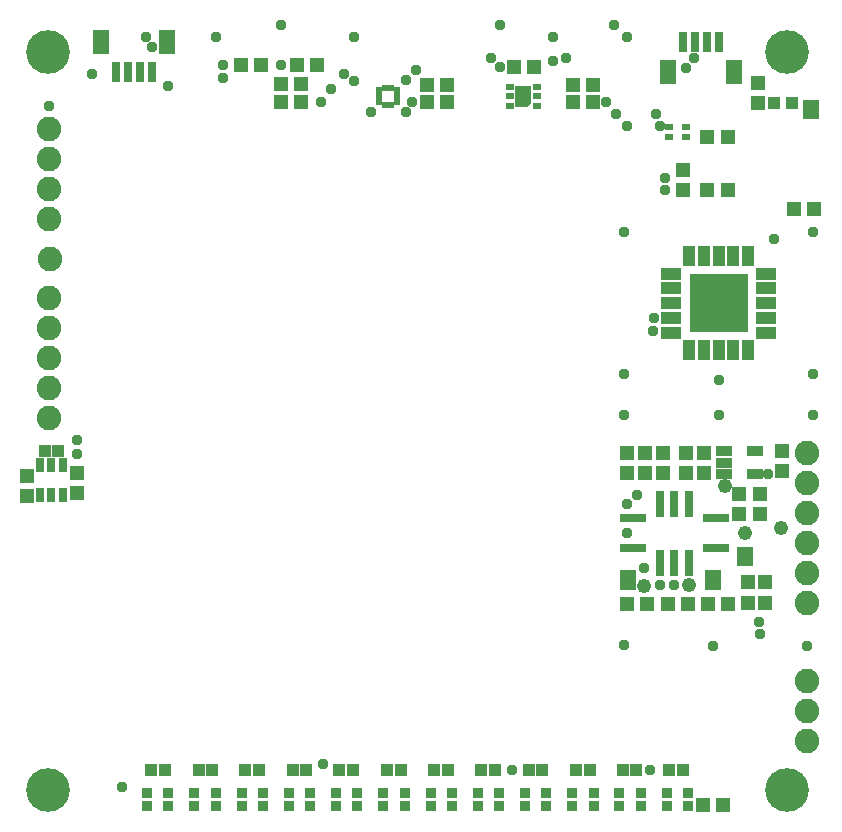
<source format=gbr>
G04 EAGLE Gerber RS-274X export*
G75*
%MOMM*%
%FSLAX34Y34*%
%LPD*%
%INSoldermask Top*%
%IPPOS*%
%AMOC8*
5,1,8,0,0,1.08239X$1,22.5*%
G01*
%ADD10C,3.703200*%
%ADD11R,1.303200X1.203200*%
%ADD12C,2.082800*%
%ADD13R,0.803200X1.753200*%
%ADD14R,1.403200X2.003200*%
%ADD15R,1.203200X1.303200*%
%ADD16R,1.003200X1.003200*%
%ADD17R,1.473200X0.838200*%
%ADD18R,0.753200X0.603200*%
%ADD19R,1.003200X1.703200*%
%ADD20R,1.703200X1.003200*%
%ADD21R,5.003200X5.003200*%
%ADD22R,0.503200X0.528200*%
%ADD23R,0.528200X0.503200*%
%ADD24R,0.803200X2.203200*%
%ADD25R,2.203200X0.803200*%
%ADD26R,1.403200X0.903200*%
%ADD27C,1.219200*%
%ADD28R,0.903200X0.903200*%
%ADD29R,1.053200X1.103200*%
%ADD30R,0.703200X0.503200*%
%ADD31R,0.660400X1.282700*%
%ADD32C,0.959600*%

G36*
X443071Y615967D02*
X443071Y615967D01*
X443085Y615965D01*
X446285Y619165D01*
X446287Y619180D01*
X446297Y619188D01*
X446292Y619195D01*
X446299Y619200D01*
X446299Y634000D01*
X446263Y634047D01*
X446256Y634042D01*
X446250Y634049D01*
X432750Y634049D01*
X432703Y634013D01*
X432708Y634006D01*
X432701Y634000D01*
X432701Y616000D01*
X432737Y615953D01*
X432744Y615958D01*
X432750Y615951D01*
X443050Y615951D01*
X443071Y615967D01*
G37*
D10*
X37500Y662500D03*
X662500Y662500D03*
X37500Y37500D03*
X662500Y37500D03*
D11*
X264600Y651500D03*
X247600Y651500D03*
X200900Y651600D03*
X217900Y651600D03*
D12*
X38000Y597000D03*
X38000Y571600D03*
X38000Y546200D03*
X38000Y520800D03*
D13*
X595000Y670740D03*
X585000Y670740D03*
X605000Y670740D03*
X575000Y670740D03*
D14*
X562000Y645258D03*
X618000Y645258D03*
D13*
X105000Y645760D03*
X115000Y645760D03*
X95000Y645760D03*
X125000Y645760D03*
D14*
X138000Y671242D03*
X82000Y671242D03*
D15*
X638000Y619000D03*
X638000Y636000D03*
D16*
X667000Y619000D03*
X652000Y619000D03*
D17*
X683000Y609936D03*
X683000Y618064D03*
D18*
X451000Y617000D03*
X451000Y625000D03*
X451000Y633000D03*
X428000Y633000D03*
X428000Y625000D03*
X428000Y617000D03*
D19*
X580000Y410000D03*
X592500Y410000D03*
X605000Y410000D03*
X617500Y410000D03*
X630000Y410000D03*
D20*
X645000Y425000D03*
X645000Y437500D03*
X645000Y450000D03*
X645000Y462500D03*
X645000Y475000D03*
D19*
X630000Y490000D03*
X617500Y490000D03*
X605000Y490000D03*
X592500Y490000D03*
X580000Y490000D03*
D20*
X565000Y475000D03*
X565000Y462500D03*
X565000Y450000D03*
X565000Y437500D03*
X565000Y425000D03*
D21*
X605000Y450000D03*
D22*
X327500Y632500D03*
X322500Y632500D03*
D23*
X317250Y630000D03*
X317250Y625000D03*
X317250Y620000D03*
D22*
X322500Y617500D03*
X327500Y617500D03*
D23*
X332750Y620000D03*
X332750Y625000D03*
X332750Y630000D03*
D11*
X251500Y635500D03*
X234500Y635500D03*
X234500Y620000D03*
X251500Y620000D03*
X358000Y620000D03*
X375000Y620000D03*
X358000Y635000D03*
X375000Y635000D03*
X431500Y650000D03*
X448500Y650000D03*
X498500Y620000D03*
X481500Y620000D03*
X481500Y635000D03*
X498500Y635000D03*
X595500Y545500D03*
X612500Y545500D03*
X669000Y530000D03*
X686000Y530000D03*
D15*
X574500Y546000D03*
X574500Y563000D03*
D12*
X38500Y487500D03*
D24*
X580000Y280000D03*
X567500Y280000D03*
X555000Y280000D03*
D25*
X532500Y267700D03*
X532500Y242300D03*
D24*
X555000Y230000D03*
X567500Y230000D03*
X580000Y230000D03*
D25*
X602500Y242300D03*
X602500Y267700D03*
D15*
X527500Y306500D03*
X527500Y323500D03*
X542500Y306500D03*
X542500Y323500D03*
X557500Y306500D03*
X557500Y323500D03*
D12*
X679500Y323000D03*
X679500Y297600D03*
X679500Y272200D03*
X679500Y246800D03*
X679500Y221400D03*
X679500Y196000D03*
D26*
X609499Y324500D03*
X609499Y315000D03*
X609499Y305500D03*
X635501Y305500D03*
X635501Y324500D03*
D15*
X622500Y271500D03*
X622500Y288500D03*
X658500Y325000D03*
X658500Y308000D03*
X577500Y323500D03*
X577500Y306500D03*
X592500Y323500D03*
X592500Y306500D03*
D12*
X38000Y353000D03*
X38000Y378400D03*
X38000Y403800D03*
X38000Y429200D03*
X38000Y454600D03*
D11*
X562000Y195000D03*
X579000Y195000D03*
X596000Y195000D03*
X613000Y195000D03*
X544500Y195000D03*
X527500Y195000D03*
D17*
X600000Y211436D03*
X600000Y219564D03*
X627500Y231436D03*
X627500Y239564D03*
X528000Y211436D03*
X528000Y219564D03*
D27*
X580000Y211000D03*
X627500Y255000D03*
X542000Y210500D03*
X657500Y260000D03*
D15*
X629500Y196500D03*
X629500Y213500D03*
X644500Y196500D03*
X644500Y213500D03*
D28*
X561000Y35500D03*
X561000Y24500D03*
X579000Y24500D03*
X579000Y35500D03*
X521000Y35500D03*
X521000Y24500D03*
X539000Y24500D03*
X539000Y35500D03*
X481000Y35500D03*
X481000Y24500D03*
X499000Y24500D03*
X499000Y35500D03*
X441000Y35500D03*
X441000Y24500D03*
X459000Y24500D03*
X459000Y35500D03*
X401000Y35500D03*
X401000Y24500D03*
X419000Y24500D03*
X419000Y35500D03*
X361000Y35500D03*
X361000Y24500D03*
X379000Y24500D03*
X379000Y35500D03*
X321000Y35500D03*
X321000Y24500D03*
X339000Y24500D03*
X339000Y35500D03*
X281000Y35500D03*
X281000Y24500D03*
X299000Y24500D03*
X299000Y35500D03*
X121000Y35500D03*
X121000Y24500D03*
X139000Y24500D03*
X139000Y35500D03*
X161000Y35500D03*
X161000Y24500D03*
X179000Y24500D03*
X179000Y35500D03*
X201000Y35500D03*
X201000Y24500D03*
X219000Y24500D03*
X219000Y35500D03*
X241000Y35500D03*
X241000Y24500D03*
X259000Y24500D03*
X259000Y35500D03*
D29*
X135800Y55000D03*
X124200Y55000D03*
D12*
X680000Y79500D03*
X680000Y104900D03*
X680000Y130300D03*
D11*
X591500Y25000D03*
X608500Y25000D03*
D30*
X563000Y599000D03*
X563000Y591000D03*
X577000Y591000D03*
X577000Y599000D03*
D11*
X595500Y591000D03*
X612500Y591000D03*
D29*
X176300Y55000D03*
X164700Y55000D03*
X215800Y55000D03*
X204200Y55000D03*
X255800Y55000D03*
X244200Y55000D03*
X295300Y55000D03*
X283700Y55000D03*
X335800Y55000D03*
X324200Y55000D03*
X375800Y55000D03*
X364200Y55000D03*
X415300Y55000D03*
X403700Y55000D03*
X455800Y55000D03*
X444200Y55000D03*
X495800Y55000D03*
X484200Y55000D03*
X535300Y55000D03*
X523700Y55000D03*
X574800Y55000D03*
X563200Y55000D03*
D31*
X30500Y287110D03*
X40000Y287110D03*
X49500Y287110D03*
X49500Y312891D03*
X40000Y312891D03*
X30500Y312891D03*
D29*
X34200Y325000D03*
X45800Y325000D03*
D15*
X19500Y304000D03*
X19500Y287000D03*
X61500Y306500D03*
X61500Y289500D03*
X640000Y271500D03*
X640000Y288500D03*
D27*
X610000Y295000D03*
D32*
X590000Y465000D03*
X590000Y435000D03*
X620000Y435000D03*
X620000Y465000D03*
X651500Y504000D03*
X125000Y666500D03*
X349000Y647000D03*
X139000Y634000D03*
X38000Y617000D03*
X74000Y644000D03*
X288000Y644000D03*
X476000Y657500D03*
X577000Y649000D03*
X555000Y211500D03*
X535500Y287500D03*
X100000Y40000D03*
X270000Y60000D03*
X430000Y55000D03*
X547000Y55000D03*
X525000Y160500D03*
X680000Y159500D03*
X600500Y160000D03*
X605000Y355000D03*
X525000Y355000D03*
X685000Y390000D03*
X525000Y390000D03*
X525000Y510000D03*
X685000Y510000D03*
X439500Y625000D03*
X685000Y355000D03*
X605000Y385000D03*
X185000Y641000D03*
X340000Y612000D03*
X412000Y657500D03*
X518000Y610500D03*
X552000Y610000D03*
X559500Y556000D03*
X549500Y426500D03*
X640000Y169500D03*
X62000Y334000D03*
X516500Y685500D03*
X510000Y620000D03*
X420000Y685500D03*
X420000Y650000D03*
X234000Y651500D03*
X234000Y685500D03*
X550000Y437500D03*
X559500Y546000D03*
X639500Y180000D03*
X61500Y322000D03*
X527000Y675000D03*
X584500Y657500D03*
X527000Y600000D03*
X296000Y638000D03*
X465000Y655000D03*
X465000Y675000D03*
X120000Y675000D03*
X179500Y675000D03*
X296000Y675000D03*
X185000Y651500D03*
X555000Y600000D03*
X340000Y639000D03*
X268000Y620000D03*
X276500Y631500D03*
X345000Y620000D03*
X310500Y612000D03*
X527500Y280000D03*
X527500Y255000D03*
X542000Y226000D03*
X567500Y211000D03*
X647000Y305500D03*
M02*

</source>
